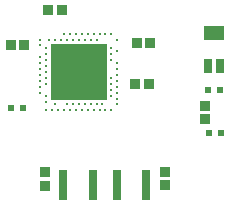
<source format=gbr>
G04 EAGLE Gerber X2 export*
G75*
%MOMM*%
%FSLAX34Y34*%
%LPD*%
%AMOC8*
5,1,8,0,0,1.08239X$1,22.5*%
G01*
%ADD10R,0.600000X0.600000*%
%ADD11R,0.850000X0.900000*%
%ADD12R,4.850000X4.850000*%
%ADD13C,0.275000*%
%ADD14R,0.800000X2.500000*%
%ADD15R,0.900000X0.850000*%
%ADD16R,0.740000X1.250000*%
%ADD17R,1.800000X1.250000*%


D10*
X48942Y212090D03*
X38942Y212090D03*
D11*
X50250Y265430D03*
X38650Y265430D03*
X144060Y232410D03*
X155660Y232410D03*
X156930Y266700D03*
X145330Y266700D03*
X70400Y294640D03*
X82000Y294640D03*
D12*
X96520Y242570D03*
D13*
X69020Y242570D03*
X69020Y247570D03*
X69020Y252570D03*
X69020Y257570D03*
X69020Y262570D03*
X64020Y265070D03*
X64020Y255070D03*
X64020Y250070D03*
X64020Y245070D03*
X64020Y240070D03*
X69020Y237570D03*
X69020Y232570D03*
X64020Y235070D03*
X64020Y230070D03*
X64020Y225070D03*
X69020Y222570D03*
X69020Y217570D03*
X69020Y210070D03*
X74020Y210070D03*
X76520Y215070D03*
X79020Y210070D03*
X84020Y210070D03*
X89020Y210070D03*
X94020Y210070D03*
X99020Y210070D03*
X104020Y210070D03*
X109020Y210070D03*
X114020Y210070D03*
X119020Y210070D03*
X124020Y210070D03*
X116520Y215070D03*
X111520Y215070D03*
X106520Y215070D03*
X101520Y215070D03*
X96520Y215070D03*
X91520Y215070D03*
X86520Y215070D03*
X124020Y222570D03*
X129020Y220070D03*
X129020Y215070D03*
X129020Y225070D03*
X124020Y227570D03*
X129020Y230070D03*
X124020Y232570D03*
X124020Y237570D03*
X129020Y235070D03*
X129020Y240070D03*
X129020Y245070D03*
X129020Y250070D03*
X124020Y252570D03*
X124020Y257570D03*
X129020Y260070D03*
X124020Y262570D03*
X129020Y270070D03*
X64020Y270070D03*
X76520Y270070D03*
X81520Y270070D03*
X86520Y270070D03*
X89020Y275070D03*
X91520Y270070D03*
X94020Y275070D03*
X96520Y270070D03*
X99020Y275070D03*
X101520Y270070D03*
X104020Y275070D03*
X106520Y270070D03*
X109020Y275070D03*
X111520Y270070D03*
X114020Y275070D03*
X119020Y275070D03*
X124020Y275070D03*
X71520Y270070D03*
X84020Y275070D03*
D14*
X108348Y146584D03*
X128888Y146584D03*
X83110Y146584D03*
X153618Y146584D03*
D15*
X169672Y146600D03*
X169672Y158200D03*
X67564Y157946D03*
X67564Y146346D03*
D10*
X207090Y190500D03*
X217090Y190500D03*
X205820Y227330D03*
X215820Y227330D03*
D15*
X203200Y202480D03*
X203200Y214080D03*
D16*
X216120Y247870D03*
D17*
X210820Y275370D03*
D16*
X205520Y247870D03*
M02*

</source>
